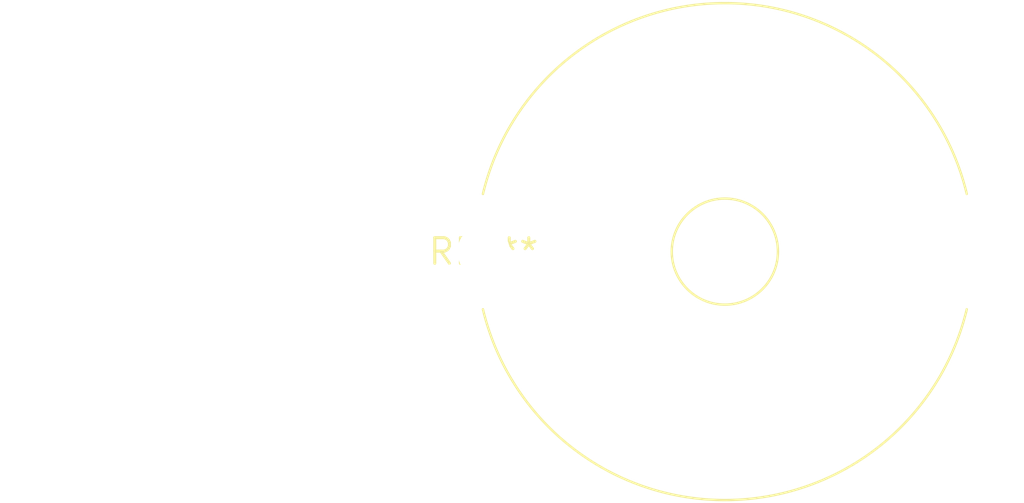
<source format=kicad_pcb>
(kicad_pcb (version 20240108) (generator pcbnew)
  (layers (0 "F.Cu" signal) (31 "B.Cu" signal) (34 "B.Paste" user) (35 "F.Paste" user) (36 "B.SilkS" user "B.Silkscreen") (37 "F.SilkS" user "F.Silkscreen") (38 "B.Mask" user) (39 "F.Mask" user) (44 "Edge.Cuts" user))
  (net 0 "")
  (footprint "L_Radial_D24.4mm_P23.90mm_Murata_1400series" (layer "F.Cu") (at 0 0)
    (property "Reference" "REF**")
    (property "Value" "L_Radial_D24.4mm_P23.90mm_Murata_1400series")
    (fp_arc (start -0.033439 -2.86) (mid 11.95 -12.32) (end 23.933439 -2.86) (layer "F.SilkS") (stroke (width 0.12)))
    (fp_arc (start 23.933439 2.86) (mid 11.95 12.32) (end -0.033439 2.86) (layer "F.SilkS") (stroke (width 0.12)))
    (fp_circle (center 11.95 0) (end 14.58 0) (layer "F.SilkS") (stroke (width 0.12)) (fill none))
    (pad "1" thru_hole circle (at 0 0) (size 5.2 5.2) (drill 2.6) (layers *.Cu *.Mask) (remove_unused_layers))
    (pad "2" thru_hole circle (at 23.9 0) (size 5.2 5.2) (drill 2.6) (layers *.Cu *.Mask) (remove_unused_layers))
  )
)
</source>
